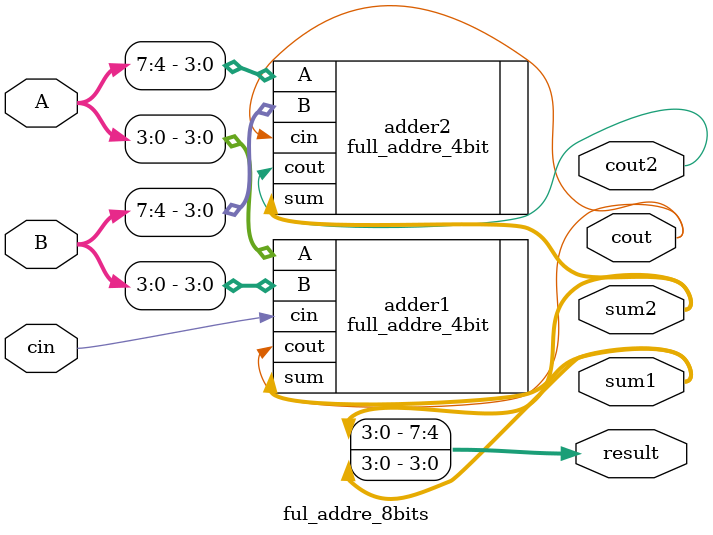
<source format=sv>
`timescale 1ns / 1ps


module ful_addre_8bits(

    input logic [7:0] A,B,
    input logic cin,
    output logic  cout, cout2,
    output logic [3:0] sum1, sum2,
    output logic [7:0] result   
    );
    
    full_addre_4bit adder1 (
    .A(A[3:0]),
    .B(B[3:0]),
    .cin(cin),
    .cout(cout),
    .sum(sum1)
    );
    

     full_addre_4bit adder2 (
    .A(A[7:4]),
    .B(B[7:4]),
    .cin(cout),
    .cout(cout2),
    .sum(sum2)
    );
    
    assign result = {sum2,sum1};
    
endmodule

</source>
